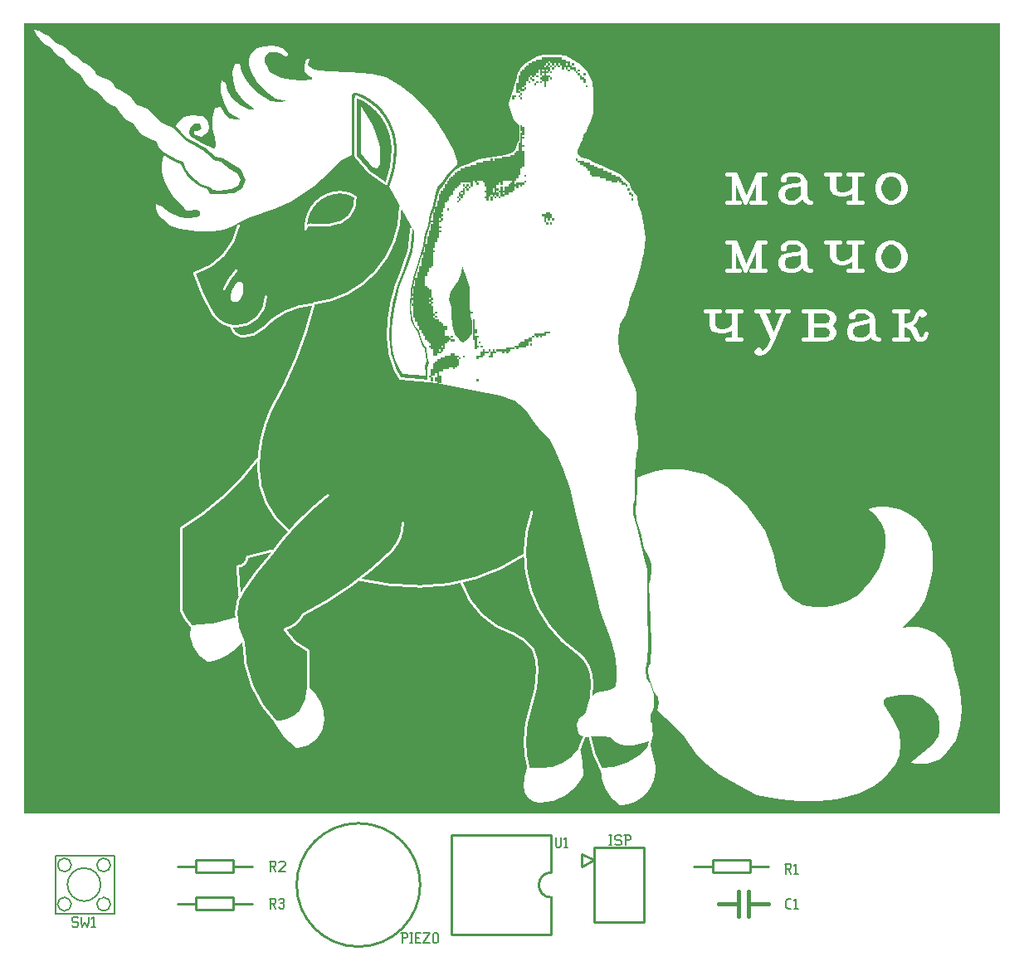
<source format=gto>
G04 start of page 2 for group 1 layer_idx 6 *
G04 Title: (unknown), top_silk *
G04 Creator: pcb-rnd 3.1.5-dev *
G04 CreationDate: 2024-03-24 11:16:41 UTC *
G04 For: STEM4ukraine *
G04 Format: Gerber/RS-274X *
G04 PCB-Dimensions: 393701 374016 *
G04 PCB-Coordinate-Origin: lower left *
%MOIN*%
%FSLAX25Y25*%
%LNTOP_SILK_NONE_1*%
%ADD40C,0.0175*%
%ADD39C,0.0070*%
%ADD38C,0.0079*%
%ADD37C,0.0100*%
%ADD36C,0.0150*%
%ADD35C,0.0001*%
G54D35*G36*
X216945Y359204D02*Y358366D01*
X208941D01*
Y359204D01*
X216945D01*
G37*
G36*
X211370Y357607D02*Y356769D01*
X204959D01*
Y357607D01*
X211370D01*
G37*
G36*
X210574Y356808D02*Y355970D01*
X203366D01*
Y356808D01*
X210574D01*
G37*
G36*
X213759D02*Y355970D01*
X212924D01*
Y356808D01*
X213759D01*
G37*
G36*
X215352D02*Y355970D01*
X214516D01*
Y356808D01*
X215352D01*
G37*
G36*
X220131Y357607D02*Y356769D01*
X212127D01*
Y357607D01*
X220131D01*
G37*
G36*
X212166Y356808D02*Y355970D01*
X211330D01*
Y356808D01*
X212166D01*
G37*
G36*
X218538D02*Y355970D01*
X216109D01*
Y356808D01*
X218538D01*
G37*
G36*
X220131D02*Y355970D01*
X219295D01*
Y356808D01*
X220131D01*
G37*
G36*
X209777Y356009D02*Y355171D01*
X202570D01*
Y356009D01*
X209777D01*
G37*
G36*
X211370D02*Y355171D01*
X210534D01*
Y356009D01*
X211370D01*
G37*
G36*
X214556D02*Y355171D01*
X213720D01*
Y356009D01*
X214556D01*
G37*
G36*
X216149D02*Y355171D01*
X215313D01*
Y356009D01*
X216149D01*
G37*
G36*
X212963D02*Y355171D01*
X212127D01*
Y356009D01*
X212963D01*
G37*
G36*
X220927D02*Y355171D01*
X216906D01*
Y356009D01*
X220927D01*
G37*
G36*
X212166Y355211D02*Y354373D01*
X201773D01*
Y355211D01*
X212166D01*
G37*
G36*
X217742D02*Y354373D01*
X216906D01*
Y355211D01*
X217742D01*
G37*
G36*
X219334D02*Y354373D01*
X218499D01*
Y355211D01*
X219334D01*
G37*
G36*
X221724Y356808D02*Y355970D01*
X220888D01*
Y356808D01*
X221724D01*
G37*
G36*
X213759Y355211D02*Y354373D01*
X212924D01*
Y355211D01*
X213759D01*
G37*
G36*
X207388Y354412D02*Y353574D01*
X200977D01*
Y354412D01*
X207388D01*
G37*
G36*
X210574D02*Y353574D01*
X209738D01*
Y354412D01*
X210574D01*
G37*
G36*
X212166D02*Y353574D01*
X211330D01*
Y354412D01*
X212166D01*
G37*
G36*
X220131D02*Y353574D01*
X219295D01*
Y354412D01*
X220131D01*
G37*
G36*
X222520Y355211D02*Y354373D01*
X220092D01*
Y355211D01*
X222520D01*
G37*
G36*
X208980Y354412D02*Y353574D01*
X208145D01*
Y354412D01*
X208980D01*
G37*
G36*
X222520D02*Y353574D01*
X221684D01*
Y354412D01*
X222520D01*
G37*
G36*
X207388Y353613D02*Y352775D01*
X200180D01*
Y353613D01*
X207388D01*
G37*
G36*
X211370D02*Y352775D01*
X208145D01*
Y353613D01*
X211370D01*
G37*
G36*
X212963D02*Y352775D01*
X212127D01*
Y353613D01*
X212963D01*
G37*
G36*
X224113Y354412D02*Y353574D01*
X223277D01*
Y354412D01*
X224113D01*
G37*
G36*
X206591Y352815D02*Y351976D01*
X200180D01*
Y352815D01*
X206591D01*
G37*
G36*
X208980D02*Y351976D01*
X208145D01*
Y352815D01*
X208980D01*
G37*
G36*
X224113D02*Y351976D01*
X223277D01*
Y352815D01*
X224113D01*
G37*
G36*
X223317Y353613D02*Y352775D01*
X222481D01*
Y353613D01*
X223317D01*
G37*
G36*
X210574Y352815D02*Y351976D01*
X209738D01*
Y352815D01*
X210574D01*
G37*
G36*
X204202Y352016D02*Y351178D01*
X199384D01*
Y352016D01*
X204202D01*
G37*
G36*
X207388D02*Y351178D01*
X206552D01*
Y352016D01*
X207388D01*
G37*
G36*
X212166D02*Y351178D01*
X208941D01*
Y352016D01*
X212166D01*
G37*
G36*
X226503Y352815D02*Y351976D01*
X225667D01*
Y352815D01*
X226503D01*
G37*
G36*
X205795Y352016D02*Y351178D01*
X204959D01*
Y352016D01*
X205795D01*
G37*
G36*
X203405Y351217D02*Y350379D01*
X199384D01*
Y351217D01*
X203405D01*
G37*
G36*
X211370D02*Y350379D01*
X208145D01*
Y351217D01*
X211370D01*
G37*
G36*
X212963D02*Y350379D01*
X212127D01*
Y351217D01*
X212963D01*
G37*
G36*
X225706D02*Y350379D01*
X224074D01*
Y351217D01*
X225706D01*
G37*
G36*
X204998D02*Y350379D01*
X204162D01*
Y351217D01*
X204998D01*
G37*
G36*
X203405Y350418D02*Y349580D01*
X199384D01*
Y350418D01*
X203405D01*
G37*
G36*
X205795D02*Y349580D01*
X204959D01*
Y350418D01*
X205795D01*
G37*
G36*
X224910Y352016D02*Y351178D01*
X224074D01*
Y352016D01*
X224910D01*
G37*
G36*
X211370Y350418D02*Y349580D01*
X208941D01*
Y350418D01*
X211370D01*
G37*
G36*
X202609Y349620D02*Y348781D01*
X199384D01*
Y349620D01*
X202609D01*
G37*
G36*
X207388D02*Y348781D01*
X206552D01*
Y349620D01*
X207388D01*
G37*
G36*
X208980D02*Y348781D01*
X208145D01*
Y349620D01*
X208980D01*
G37*
G36*
X210574D02*Y348781D01*
X209738D01*
Y349620D01*
X210574D01*
G37*
G36*
X226503Y350418D02*Y349580D01*
X225667D01*
Y350418D01*
X226503D01*
G37*
G36*
X204202Y349620D02*Y348781D01*
X203366D01*
Y349620D01*
X204202D01*
G37*
G36*
X202609Y348821D02*Y347983D01*
X198587D01*
Y348821D01*
X202609D01*
G37*
G36*
X210574D02*Y347983D01*
X209738D01*
Y348821D01*
X210574D01*
G37*
G36*
X206591D02*Y347983D01*
X205755D01*
Y348821D01*
X206591D01*
G37*
G36*
X201812Y348022D02*Y347184D01*
X198587D01*
Y348022D01*
X201812D01*
G37*
G36*
X210574D02*Y347184D01*
X209738D01*
Y348022D01*
X210574D01*
G37*
G36*
X226503Y349620D02*Y348781D01*
X225667D01*
Y349620D01*
X226503D01*
G37*
G36*
X201016Y347223D02*Y346385D01*
X198587D01*
Y347223D01*
X201016D01*
G37*
G36*
X202609D02*Y346385D01*
X201773D01*
Y347223D01*
X202609D01*
G37*
G36*
X199423Y346425D02*Y345587D01*
X198587D01*
Y346425D01*
X199423D01*
G37*
G36*
X201812D02*Y345587D01*
X200180D01*
Y346425D01*
X201812D01*
G37*
G36*
X200220Y345626D02*Y344788D01*
X198587D01*
Y345626D01*
X200220D01*
G37*
G36*
X201016Y344827D02*Y343989D01*
X200180D01*
Y344827D01*
X201016D01*
G37*
G36*
X198627Y344029D02*Y343190D01*
X196994D01*
Y344029D01*
X198627D01*
G37*
G36*
X200220D02*Y343190D01*
X199384D01*
Y344029D01*
X200220D01*
G37*
G36*
X227299Y348022D02*Y347184D01*
X226463D01*
Y348022D01*
X227299D01*
G37*
G36*
X197830Y343230D02*Y342392D01*
X196994D01*
Y343230D01*
X197830D01*
G37*
G36*
X201016D02*Y342392D01*
X200180D01*
Y343230D01*
X201016D01*
G37*
G36*
Y332048D02*Y331209D01*
X200180D01*
Y332048D01*
X201016D01*
G37*
G36*
X201812Y331249D02*Y330411D01*
X200180D01*
Y331249D01*
X201812D01*
G37*
G36*
Y330450D02*Y329612D01*
X200180D01*
Y330450D01*
X201812D01*
G37*
G36*
Y329651D02*Y328813D01*
X200977D01*
Y329651D01*
X201812D01*
G37*
G36*
Y328853D02*Y328015D01*
X200180D01*
Y328853D01*
X201812D01*
G37*
G36*
X201016Y328054D02*Y327216D01*
X200180D01*
Y328054D01*
X201016D01*
G37*
G36*
X201812Y327255D02*Y326417D01*
X200180D01*
Y327255D01*
X201812D01*
G37*
G36*
X201016Y326457D02*Y325618D01*
X200180D01*
Y326457D01*
X201016D01*
G37*
G36*
Y325658D02*Y324820D01*
X200180D01*
Y325658D01*
X201016D01*
G37*
G36*
Y324859D02*Y324021D01*
X199384D01*
Y324859D01*
X201016D01*
G37*
G36*
X201812Y324060D02*Y323222D01*
X199384D01*
Y324060D01*
X201812D01*
G37*
G36*
X201016Y323262D02*Y322423D01*
X199384D01*
Y323262D01*
X201016D01*
G37*
G36*
Y322463D02*Y321625D01*
X199384D01*
Y322463D01*
X201016D01*
G37*
G36*
X201812Y321664D02*Y320826D01*
X198587D01*
Y321664D01*
X201812D01*
G37*
G36*
Y320067D02*Y319229D01*
X196198D01*
Y320067D01*
X201812D01*
G37*
G36*
Y320866D02*Y320027D01*
X197791D01*
Y320866D01*
X201812D01*
G37*
G36*
Y319268D02*Y318430D01*
X193012D01*
Y319268D01*
X201812D01*
G37*
G36*
X189069Y318469D02*Y317631D01*
X188233D01*
Y318469D01*
X189069D01*
G37*
G36*
X201812D02*Y317631D01*
X189826D01*
Y318469D01*
X201812D01*
G37*
G36*
Y317671D02*Y316832D01*
X185048D01*
Y317671D01*
X201812D01*
G37*
G36*
Y316872D02*Y316034D01*
X182658D01*
Y316872D01*
X201812D01*
G37*
G36*
X223317Y318469D02*Y317631D01*
X222481D01*
Y318469D01*
X223317D01*
G37*
G36*
X201812Y316073D02*Y315235D01*
X180269D01*
Y316073D01*
X201812D01*
G37*
G36*
X225706Y317671D02*Y316832D01*
X223277D01*
Y317671D01*
X225706D01*
G37*
G36*
X201016Y315274D02*Y314436D01*
X177879D01*
Y315274D01*
X201016D01*
G37*
G36*
X228096Y316872D02*Y316034D01*
X224074D01*
Y316872D01*
X228096D01*
G37*
G36*
X200220Y314476D02*Y313638D01*
X176286D01*
Y314476D01*
X200220D01*
G37*
G36*
X229688Y316073D02*Y315235D01*
X225667D01*
Y316073D01*
X229688D01*
G37*
G36*
X200220Y313677D02*Y312839D01*
X174694D01*
Y313677D01*
X200220D01*
G37*
G36*
X231281Y315274D02*Y314436D01*
X226463D01*
Y315274D01*
X231281D01*
G37*
G36*
X200220Y312878D02*Y312040D01*
X173897D01*
Y312878D01*
X200220D01*
G37*
G36*
X233671Y314476D02*Y313638D01*
X227260D01*
Y314476D01*
X233671D01*
G37*
G36*
X199423Y312079D02*Y311241D01*
X173101D01*
Y312079D01*
X199423D01*
G37*
G36*
X235264Y313677D02*Y312839D01*
X228056D01*
Y313677D01*
X235264D01*
G37*
G36*
X202609Y312079D02*Y311241D01*
X201773D01*
Y312079D01*
X202609D01*
G37*
G36*
X236856Y312878D02*Y312040D01*
X228056D01*
Y312878D01*
X236856D01*
G37*
G36*
X199423Y311281D02*Y310443D01*
X172304D01*
Y311281D01*
X199423D01*
G37*
G36*
X238450Y312079D02*Y311241D01*
X228853D01*
Y312079D01*
X238450D01*
G37*
G36*
X198627Y310482D02*Y309644D01*
X171508D01*
Y310482D01*
X198627D01*
G37*
G36*
X181104Y309683D02*Y308845D01*
X170711D01*
Y309683D01*
X181104D01*
G37*
G36*
X182698D02*Y308845D01*
X181862D01*
Y309683D01*
X182698D01*
G37*
G36*
X193051D02*Y308845D01*
X185048D01*
Y309683D01*
X193051D01*
G37*
G36*
X197830D02*Y308845D01*
X196994D01*
Y309683D01*
X197830D01*
G37*
G36*
X240042Y311281D02*Y310443D01*
X232038D01*
Y311281D01*
X240042D01*
G37*
G36*
X202609Y309683D02*Y308845D01*
X201773D01*
Y309683D01*
X202609D01*
G37*
G36*
X176326Y308885D02*Y308046D01*
X170711D01*
Y308885D01*
X176326D01*
G37*
G36*
X183494D02*Y308046D01*
X182658D01*
Y308885D01*
X183494D01*
G37*
G36*
X191458D02*Y308046D01*
X185844D01*
Y308885D01*
X191458D01*
G37*
G36*
X239246Y309683D02*Y308845D01*
X236817D01*
Y309683D01*
X239246D01*
G37*
G36*
X193051Y308885D02*Y308046D01*
X192216D01*
Y308885D01*
X193051D01*
G37*
G36*
X197830D02*Y308046D01*
X196198D01*
Y308885D01*
X197830D01*
G37*
G36*
X201812D02*Y308046D01*
X198587D01*
Y308885D01*
X201812D01*
G37*
G36*
X240839Y310482D02*Y309644D01*
X234428D01*
Y310482D01*
X240839D01*
G37*
G36*
X181104Y308885D02*Y308046D01*
X180269D01*
Y308885D01*
X181104D01*
G37*
G36*
X175529Y308086D02*Y307248D01*
X169915D01*
Y308086D01*
X175529D01*
G37*
G36*
X177919D02*Y307248D01*
X177083D01*
Y308086D01*
X177919D01*
G37*
G36*
X179512D02*Y307248D01*
X178676D01*
Y308086D01*
X179512D01*
G37*
G36*
X181104D02*Y307248D01*
X180269D01*
Y308086D01*
X181104D01*
G37*
G36*
X190662D02*Y307248D01*
X185844D01*
Y308086D01*
X190662D01*
G37*
G36*
X199423D02*Y307248D01*
X195401D01*
Y308086D01*
X199423D01*
G37*
G36*
X241635Y309683D02*Y308845D01*
X240003D01*
Y309683D01*
X241635D01*
G37*
G36*
X201016Y308086D02*Y307248D01*
X200180D01*
Y308086D01*
X201016D01*
G37*
G36*
X174733Y307287D02*Y306449D01*
X169915D01*
Y307287D01*
X174733D01*
G37*
G36*
X178715D02*Y306449D01*
X177879D01*
Y307287D01*
X178715D01*
G37*
G36*
X180308D02*Y306449D01*
X179472D01*
Y307287D01*
X180308D01*
G37*
G36*
X190662D02*Y306449D01*
X186640D01*
Y307287D01*
X190662D01*
G37*
G36*
X193051D02*Y306449D01*
X192216D01*
Y307287D01*
X193051D01*
G37*
G36*
X197830D02*Y306449D01*
X193808D01*
Y307287D01*
X197830D01*
G37*
G36*
X173936Y306488D02*Y305650D01*
X169118D01*
Y306488D01*
X173936D01*
G37*
G36*
X179512D02*Y305650D01*
X178676D01*
Y306488D01*
X179512D01*
G37*
G36*
X189069D02*Y305650D01*
X186640D01*
Y306488D01*
X189069D01*
G37*
G36*
X199423Y307287D02*Y306449D01*
X198587D01*
Y307287D01*
X199423D01*
G37*
G36*
X191458Y306488D02*Y305650D01*
X189826D01*
Y306488D01*
X191458D01*
G37*
G36*
X193051D02*Y305650D01*
X192216D01*
Y306488D01*
X193051D01*
G37*
G36*
X197830D02*Y305650D01*
X193808D01*
Y306488D01*
X197830D01*
G37*
G36*
X242432Y308885D02*Y308046D01*
X240800D01*
Y308885D01*
X242432D01*
G37*
G36*
X177919Y306488D02*Y305650D01*
X177083D01*
Y306488D01*
X177919D01*
G37*
G36*
X173140Y305690D02*Y304851D01*
X168322D01*
Y305690D01*
X173140D01*
G37*
G36*
X177919D02*Y304851D01*
X176286D01*
Y305690D01*
X177919D01*
G37*
G36*
X189069D02*Y304851D01*
X185844D01*
Y305690D01*
X189069D01*
G37*
G36*
X190662D02*Y304851D01*
X189826D01*
Y305690D01*
X190662D01*
G37*
G36*
X197034D02*Y304851D01*
X191419D01*
Y305690D01*
X197034D01*
G37*
G36*
X173140Y304891D02*Y304053D01*
X168322D01*
Y304891D01*
X173140D01*
G37*
G36*
X177919D02*Y304053D01*
X177083D01*
Y304891D01*
X177919D01*
G37*
G36*
X191458D02*Y304053D01*
X186640D01*
Y304891D01*
X191458D01*
G37*
G36*
X193051D02*Y304053D01*
X192216D01*
Y304891D01*
X193051D01*
G37*
G36*
X195441D02*Y304053D01*
X193808D01*
Y304891D01*
X195441D01*
G37*
G36*
X243228Y308086D02*Y307248D01*
X242392D01*
Y308086D01*
X243228D01*
G37*
G36*
X176326Y304891D02*Y304053D01*
X175490D01*
Y304891D01*
X176326D01*
G37*
G36*
X172344Y304092D02*Y303254D01*
X167525D01*
Y304092D01*
X172344D01*
G37*
G36*
X177122D02*Y303254D01*
X175490D01*
Y304092D01*
X177122D01*
G37*
G36*
X188273D02*Y303254D01*
X186640D01*
Y304092D01*
X188273D01*
G37*
G36*
X189866D02*Y303254D01*
X189030D01*
Y304092D01*
X189866D01*
G37*
G36*
X191458D02*Y303254D01*
X190623D01*
Y304092D01*
X191458D01*
G37*
G36*
X193848D02*Y303254D01*
X192216D01*
Y304092D01*
X193848D01*
G37*
G36*
X171547Y303294D02*Y302455D01*
X167525D01*
Y303294D01*
X171547D01*
G37*
G36*
X177122D02*Y302455D01*
X176286D01*
Y303294D01*
X177122D01*
G37*
G36*
X187476D02*Y302455D01*
X185844D01*
Y303294D01*
X187476D01*
G37*
G36*
X244025Y306488D02*Y305650D01*
X243189D01*
Y306488D01*
X244025D01*
G37*
G36*
X189069Y303294D02*Y302455D01*
X188233D01*
Y303294D01*
X189069D01*
G37*
G36*
X190662D02*Y302455D01*
X189826D01*
Y303294D01*
X190662D01*
G37*
G36*
X192255D02*Y302455D01*
X191419D01*
Y303294D01*
X192255D01*
G37*
G36*
X175529D02*Y302455D01*
X174694D01*
Y303294D01*
X175529D01*
G37*
G36*
X171547Y302495D02*Y301657D01*
X167525D01*
Y302495D01*
X171547D01*
G37*
G36*
X176326D02*Y301657D01*
X175490D01*
Y302495D01*
X176326D01*
G37*
G36*
X187476D02*Y301657D01*
X186640D01*
Y302495D01*
X187476D01*
G37*
G36*
X244821Y304891D02*Y304053D01*
X243985D01*
Y304891D01*
X244821D01*
G37*
G36*
X189069Y302495D02*Y301657D01*
X188233D01*
Y302495D01*
X189069D01*
G37*
G36*
X170751Y301696D02*Y300858D01*
X166729D01*
Y301696D01*
X170751D01*
G37*
G36*
X175529D02*Y300858D01*
X174694D01*
Y301696D01*
X175529D01*
G37*
G36*
X169954Y300897D02*Y300059D01*
X166729D01*
Y300897D01*
X169954D01*
G37*
G36*
Y300099D02*Y299260D01*
X166729D01*
Y300099D01*
X169954D01*
G37*
G36*
Y299300D02*Y298462D01*
X165932D01*
Y299300D01*
X169954D01*
G37*
G36*
X169158Y298501D02*Y297663D01*
X165932D01*
Y298501D01*
X169158D01*
G37*
G36*
X171547D02*Y297663D01*
X170711D01*
Y298501D01*
X171547D01*
G37*
G36*
X169158Y297702D02*Y296864D01*
X165932D01*
Y297702D01*
X169158D01*
G37*
G36*
X168361Y296904D02*Y296065D01*
X165136D01*
Y296904D01*
X168361D01*
G37*
G36*
X212166D02*Y296065D01*
X210534D01*
Y296904D01*
X212166D01*
G37*
G36*
X169158Y296105D02*Y295267D01*
X165136D01*
Y296105D01*
X169158D01*
G37*
G36*
X212963D02*Y295267D01*
X208941D01*
Y296105D01*
X212963D01*
G37*
G36*
X168361Y295306D02*Y294468D01*
X165136D01*
Y295306D01*
X168361D01*
G37*
G36*
X212963D02*Y294468D01*
X209738D01*
Y295306D01*
X212963D01*
G37*
G36*
X167565Y294508D02*Y293669D01*
X165136D01*
Y294508D01*
X167565D01*
G37*
G36*
X169158D02*Y293669D01*
X168322D01*
Y294508D01*
X169158D01*
G37*
G36*
X210574D02*Y293669D01*
X209738D01*
Y294508D01*
X210574D01*
G37*
G36*
X212166D02*Y293669D01*
X211330D01*
Y294508D01*
X212166D01*
G37*
G36*
X213759D02*Y293669D01*
X212924D01*
Y294508D01*
X213759D01*
G37*
G36*
X168361Y293709D02*Y292871D01*
X164340D01*
Y293709D01*
X168361D01*
G37*
G36*
X210574D02*Y292871D01*
X209738D01*
Y293709D01*
X210574D01*
G37*
G36*
X167565Y292910D02*Y292072D01*
X165136D01*
Y292910D01*
X167565D01*
G37*
G36*
X211370D02*Y292072D01*
X210534D01*
Y292910D01*
X211370D01*
G37*
G36*
X212963D02*Y292072D01*
X212127D01*
Y292910D01*
X212963D01*
G37*
G36*
X167565Y292111D02*Y291273D01*
X164340D01*
Y292111D01*
X167565D01*
G37*
G36*
X168361Y291313D02*Y290474D01*
X164340D01*
Y291313D01*
X168361D01*
G37*
G36*
X167565Y290514D02*Y289676D01*
X164340D01*
Y290514D01*
X167565D01*
G37*
G36*
X168361Y289715D02*Y288877D01*
X163543D01*
Y289715D01*
X168361D01*
G37*
G36*
X167565Y288916D02*Y288078D01*
X163543D01*
Y288916D01*
X167565D01*
G37*
G36*
Y288118D02*Y287280D01*
X163543D01*
Y288118D01*
X167565D01*
G37*
G36*
Y287319D02*Y286481D01*
X162747D01*
Y287319D01*
X167565D01*
G37*
G36*
X166768Y286520D02*Y285682D01*
X162747D01*
Y286520D01*
X166768D01*
G37*
G36*
Y285721D02*Y284883D01*
X162747D01*
Y285721D01*
X166768D01*
G37*
G36*
X165972Y284923D02*Y284085D01*
X162747D01*
Y284923D01*
X165972D01*
G37*
G36*
Y284124D02*Y283286D01*
X161950D01*
Y284124D01*
X165972D01*
G37*
G36*
Y283325D02*Y282487D01*
X161950D01*
Y283325D01*
X165972D01*
G37*
G36*
X165175Y282527D02*Y281688D01*
X161950D01*
Y282527D01*
X165175D01*
G37*
G36*
X165972Y281728D02*Y280890D01*
X161950D01*
Y281728D01*
X165972D01*
G37*
G36*
X165175Y280929D02*Y280091D01*
X161154D01*
Y280929D01*
X165175D01*
G37*
G36*
Y280130D02*Y279292D01*
X161154D01*
Y280130D01*
X165175D01*
G37*
G36*
Y279332D02*Y278494D01*
X161154D01*
Y279332D01*
X165175D01*
G37*
G36*
Y278533D02*Y277695D01*
X160357D01*
Y278533D01*
X165175D01*
G37*
G36*
Y277734D02*Y276896D01*
X160357D01*
Y277734D01*
X165175D01*
G37*
G36*
Y276936D02*Y276097D01*
X160357D01*
Y276936D01*
X165175D01*
G37*
G36*
Y276137D02*Y275299D01*
X160357D01*
Y276137D01*
X165175D01*
G37*
G36*
X164379Y275338D02*Y274500D01*
X159561D01*
Y275338D01*
X164379D01*
G37*
G36*
X163582Y274539D02*Y273701D01*
X159561D01*
Y274539D01*
X163582D01*
G37*
G36*
Y273741D02*Y272902D01*
X159561D01*
Y273741D01*
X163582D01*
G37*
G36*
X162786Y272942D02*Y272104D01*
X158764D01*
Y272942D01*
X162786D01*
G37*
G36*
Y272143D02*Y271305D01*
X158764D01*
Y272143D01*
X162786D01*
G37*
G36*
X161990Y271344D02*Y270506D01*
X158764D01*
Y271344D01*
X161990D01*
G37*
G36*
Y270546D02*Y269708D01*
X157968D01*
Y270546D01*
X161990D01*
G37*
G36*
Y269747D02*Y268909D01*
X157968D01*
Y269747D01*
X161990D01*
G37*
G36*
Y268948D02*Y268110D01*
X157968D01*
Y268948D01*
X161990D01*
G37*
G36*
Y268150D02*Y267311D01*
X157968D01*
Y268150D01*
X161990D01*
G37*
G36*
X162786Y267351D02*Y266513D01*
X157171D01*
Y267351D01*
X162786D01*
G37*
G36*
X163582Y266552D02*Y265714D01*
X157171D01*
Y266552D01*
X163582D01*
G37*
G36*
X164379Y265753D02*Y264915D01*
X157171D01*
Y265753D01*
X164379D01*
G37*
G36*
Y264955D02*Y264116D01*
X157171D01*
Y264955D01*
X164379D01*
G37*
G36*
Y264156D02*Y263318D01*
X156375D01*
Y264156D01*
X164379D01*
G37*
G36*
Y263357D02*Y262519D01*
X157171D01*
Y263357D01*
X164379D01*
G37*
G36*
X163582Y262558D02*Y261720D01*
X156375D01*
Y262558D01*
X163582D01*
G37*
G36*
X165175D02*Y261720D01*
X164340D01*
Y262558D01*
X165175D01*
G37*
G36*
X164379Y261760D02*Y260922D01*
X157171D01*
Y261760D01*
X164379D01*
G37*
G36*
X163582Y260961D02*Y260123D01*
X157171D01*
Y260961D01*
X163582D01*
G37*
G36*
X165175D02*Y260123D01*
X164340D01*
Y260961D01*
X165175D01*
G37*
G36*
X164379Y260162D02*Y259324D01*
X156375D01*
Y260162D01*
X164379D01*
G37*
G36*
X165175Y259364D02*Y258525D01*
X157171D01*
Y259364D01*
X165175D01*
G37*
G36*
Y258564D02*Y257727D01*
X157171D01*
Y258564D01*
X165175D01*
G37*
G36*
Y257766D02*Y256928D01*
X157171D01*
Y257766D01*
X165175D01*
G37*
G36*
Y256967D02*Y256130D01*
X157171D01*
Y256967D01*
X165175D01*
G37*
G36*
X166768D02*Y256130D01*
X165932D01*
Y256967D01*
X166768D01*
G37*
G36*
X181104D02*Y256130D01*
X180269D01*
Y256967D01*
X181104D01*
G37*
G36*
X165972Y256169D02*Y255330D01*
X157171D01*
Y256169D01*
X165972D01*
G37*
G36*
X165175Y255370D02*Y254532D01*
X157171D01*
Y255370D01*
X165175D01*
G37*
G36*
X166768D02*Y254532D01*
X165932D01*
Y255370D01*
X166768D01*
G37*
G36*
X165972Y254571D02*Y253733D01*
X157968D01*
Y254571D01*
X165972D01*
G37*
G36*
X167565Y253773D02*Y252934D01*
X157968D01*
Y253773D01*
X167565D01*
G37*
G36*
X181901D02*Y252934D01*
X181065D01*
Y253773D01*
X181901D01*
G37*
G36*
X168361Y252974D02*Y252135D01*
X158764D01*
Y252974D01*
X168361D01*
G37*
G36*
X181901D02*Y252135D01*
X181065D01*
Y252974D01*
X181901D01*
G37*
G36*
X169158Y252175D02*Y251337D01*
X158764D01*
Y252175D01*
X169158D01*
G37*
G36*
X181901D02*Y251337D01*
X181065D01*
Y252175D01*
X181901D01*
G37*
G36*
X170751Y251376D02*Y250538D01*
X159561D01*
Y251376D01*
X170751D01*
G37*
G36*
X245618Y304092D02*Y303254D01*
X244782D01*
Y304092D01*
X245618D01*
G37*
G36*
X170751Y250578D02*Y249739D01*
X159561D01*
Y250578D01*
X170751D01*
G37*
G36*
X181901Y251376D02*Y250538D01*
X181065D01*
Y251376D01*
X181901D01*
G37*
G36*
X169954Y249778D02*Y248941D01*
X160357D01*
Y249778D01*
X169954D01*
G37*
G36*
X181901Y250578D02*Y249739D01*
X181065D01*
Y250578D01*
X181901D01*
G37*
G36*
X169954Y248980D02*Y248142D01*
X160357D01*
Y248980D01*
X169954D01*
G37*
G36*
X245618Y302495D02*Y301657D01*
X244782D01*
Y302495D01*
X245618D01*
G37*
G36*
X182698Y249778D02*Y248941D01*
X181065D01*
Y249778D01*
X182698D01*
G37*
G36*
Y248980D02*Y248142D01*
X181065D01*
Y248980D01*
X182698D01*
G37*
G36*
X169954Y248181D02*Y247344D01*
X161154D01*
Y248181D01*
X169954D01*
G37*
G36*
X181901D02*Y247344D01*
X181065D01*
Y248181D01*
X181901D01*
G37*
G36*
X171547Y247383D02*Y246544D01*
X161950D01*
Y247383D01*
X171547D01*
G37*
G36*
X173140D02*Y246544D01*
X172304D01*
Y247383D01*
X173140D01*
G37*
G36*
X183494D02*Y246544D01*
X181065D01*
Y247383D01*
X183494D01*
G37*
G36*
X177953Y272441D02*X178740Y270079D01*
X179921Y266929D01*
Y259843D01*
X180315Y255118D01*
X180709Y252756D01*
X180866Y252244D01*
Y248110D01*
X179134Y246063D01*
X177165Y244488D01*
X175984Y245276D01*
X175197Y246457D01*
X174016Y248031D01*
X172835Y251575D01*
X172441Y255512D01*
Y259055D01*
X171654Y261417D01*
X172047Y264961D01*
X173622Y266929D01*
X175197Y269291D01*
X176378Y272441D01*
X176772Y275197D01*
X177953Y272441D01*
G37*
G36*
X182698Y246584D02*Y245746D01*
X181065D01*
Y246584D01*
X182698D01*
G37*
G36*
X173936Y245785D02*Y244947D01*
X172304D01*
Y245785D01*
X173936D01*
G37*
G36*
X205795Y247383D02*Y246544D01*
X204959D01*
Y247383D01*
X205795D01*
G37*
G36*
X204998Y246584D02*Y245746D01*
X203366D01*
Y246584D01*
X204998D01*
G37*
G36*
X182698Y245785D02*Y244947D01*
X181862D01*
Y245785D01*
X182698D01*
G37*
G36*
X204998D02*Y244947D01*
X201773D01*
Y245785D01*
X204998D01*
G37*
G36*
X207388Y247383D02*Y246544D01*
X206552D01*
Y247383D01*
X207388D01*
G37*
G36*
X172344Y246584D02*Y245746D01*
X161950D01*
Y246584D01*
X172344D01*
G37*
G36*
X171547Y245785D02*Y244947D01*
X162747D01*
Y245785D01*
X171547D01*
G37*
G36*
X170751Y244987D02*Y244148D01*
X163543D01*
Y244987D01*
X170751D01*
G37*
G36*
X182698D02*Y244148D01*
X181862D01*
Y244987D01*
X182698D01*
G37*
G36*
X184290D02*Y244148D01*
X183454D01*
Y244987D01*
X184290D01*
G37*
G36*
X203405D02*Y244148D01*
X200180D01*
Y244987D01*
X203405D01*
G37*
G36*
X169954Y244188D02*Y243349D01*
X164340D01*
Y244188D01*
X169954D01*
G37*
G36*
X203405D02*Y243349D01*
X199384D01*
Y244188D01*
X203405D01*
G37*
G36*
X208980Y247383D02*Y246544D01*
X208145D01*
Y247383D01*
X208980D01*
G37*
G36*
X182698Y244188D02*Y243349D01*
X181862D01*
Y244188D01*
X182698D01*
G37*
G36*
X168361Y243389D02*Y242551D01*
X163543D01*
Y243389D01*
X168361D01*
G37*
G36*
X169954D02*Y242551D01*
X169118D01*
Y243389D01*
X169954D01*
G37*
G36*
X183494D02*Y242551D01*
X181862D01*
Y243389D01*
X183494D01*
G37*
G36*
X185087D02*Y242551D01*
X184251D01*
Y243389D01*
X185087D01*
G37*
G36*
X210574Y248181D02*Y247344D01*
X205755D01*
Y248181D01*
X210574D01*
G37*
G36*
X169954Y242590D02*Y241752D01*
X164340D01*
Y242590D01*
X169954D01*
G37*
G36*
X197830D02*Y241752D01*
X194605D01*
Y242590D01*
X197830D01*
G37*
G36*
X199423D02*Y241752D01*
X198587D01*
Y242590D01*
X199423D01*
G37*
G36*
X182698D02*Y241752D01*
X181862D01*
Y242590D01*
X182698D01*
G37*
G36*
X167565Y241792D02*Y240953D01*
X165136D01*
Y241792D01*
X167565D01*
G37*
G36*
X169158D02*Y240953D01*
X168322D01*
Y241792D01*
X169158D01*
G37*
G36*
X185883D02*Y240953D01*
X185048D01*
Y241792D01*
X185883D01*
G37*
G36*
X188273D02*Y240953D01*
X187437D01*
Y241792D01*
X188273D01*
G37*
G36*
X189866D02*Y240953D01*
X189030D01*
Y241792D01*
X189866D01*
G37*
G36*
X196237D02*Y240953D01*
X190623D01*
Y241792D01*
X196237D01*
G37*
G36*
X168361Y240993D02*Y240155D01*
X165136D01*
Y240993D01*
X168361D01*
G37*
G36*
X190662D02*Y240155D01*
X188233D01*
Y240993D01*
X190662D01*
G37*
G36*
X193848D02*Y240155D01*
X193012D01*
Y240993D01*
X193848D01*
G37*
G36*
X195441D02*Y240155D01*
X194605D01*
Y240993D01*
X195441D01*
G37*
G36*
X187476D02*Y240155D01*
X184251D01*
Y240993D01*
X187476D01*
G37*
G36*
X166768Y240194D02*Y239356D01*
X165136D01*
Y240194D01*
X166768D01*
G37*
G36*
X185883D02*Y239356D01*
X184251D01*
Y240194D01*
X185883D01*
G37*
G36*
X173936D02*Y239356D01*
X172304D01*
Y240194D01*
X173936D01*
G37*
G36*
X189069D02*Y239356D01*
X188233D01*
Y240194D01*
X189069D01*
G37*
G36*
X175529Y239395D02*Y238558D01*
X169915D01*
Y239395D01*
X175529D01*
G37*
G36*
X177919D02*Y238558D01*
X177083D01*
Y239395D01*
X177919D01*
G37*
G36*
X185087D02*Y238558D01*
X182658D01*
Y239395D01*
X185087D01*
G37*
G36*
X189069D02*Y238558D01*
X187437D01*
Y239395D01*
X189069D01*
G37*
G36*
X174733Y238597D02*Y237758D01*
X168322D01*
Y238597D01*
X174733D01*
G37*
G36*
X176326D02*Y237758D01*
X175490D01*
Y238597D01*
X176326D01*
G37*
G36*
X183494D02*Y237758D01*
X182658D01*
Y238597D01*
X183494D01*
G37*
G36*
X175529Y237798D02*Y236960D01*
X166729D01*
Y237798D01*
X175529D01*
G37*
G36*
Y236999D02*Y236161D01*
X165932D01*
Y236999D01*
X175529D01*
G37*
G36*
Y236201D02*Y235363D01*
X165136D01*
Y236201D01*
X175529D01*
G37*
G36*
X174733Y235402D02*Y234563D01*
X165136D01*
Y235402D01*
X174733D01*
G37*
G36*
X171547Y234603D02*Y233765D01*
X165136D01*
Y234603D01*
X171547D01*
G37*
G36*
X173936D02*Y233765D01*
X173101D01*
Y234603D01*
X173936D01*
G37*
G36*
X169158Y233804D02*Y232966D01*
X164340D01*
Y233804D01*
X169158D01*
G37*
G36*
X167565Y233006D02*Y232167D01*
X164340D01*
Y233006D01*
X167565D01*
G37*
G36*
X165972Y232207D02*Y231368D01*
X164340D01*
Y232207D01*
X165972D01*
G37*
G36*
X167565D02*Y231368D01*
X166729D01*
Y232207D01*
X167565D01*
G37*
G36*
X164379Y231408D02*Y230570D01*
X163543D01*
Y231408D01*
X164379D01*
G37*
G36*
X168361D02*Y230570D01*
X166729D01*
Y231408D01*
X168361D01*
G37*
G36*
X165175Y230609D02*Y229772D01*
X164340D01*
Y230609D01*
X165175D01*
G37*
G36*
X212166Y248980D02*Y248142D01*
X209738D01*
Y248980D01*
X212166D01*
G37*
G36*
X202609Y243389D02*Y242551D01*
X197791D01*
Y243389D01*
X202609D01*
G37*
G36*
X204998Y244188D02*Y243349D01*
X204162D01*
Y244188D01*
X204998D01*
G37*
G36*
X168361Y230609D02*Y229772D01*
X165932D01*
Y230609D01*
X168361D01*
G37*
G36*
X137795Y370079D02*X275591D01*
Y225984D01*
X246457D01*
X244488Y230709D01*
X242126Y235433D01*
X239764Y240945D01*
X239370Y246457D01*
X240157Y251969D01*
X242520Y255512D01*
X243701Y259843D01*
X244094Y262205D01*
X245669Y265354D01*
X247244Y270079D01*
X248819Y276378D01*
X249213Y278346D01*
X250000Y280709D01*
X250394Y286614D01*
X250000Y291339D01*
X248819Y296850D01*
X247638Y300000D01*
X247244Y303150D01*
X244882Y306299D01*
X244094Y308268D01*
X242520Y310236D01*
X240157Y312205D01*
X233071Y315748D01*
X229921Y316929D01*
X227559Y318110D01*
X224803Y318898D01*
X223228Y320472D01*
Y322047D01*
X224016Y323228D01*
X224803Y325591D01*
X225197Y325984D01*
X225591Y327953D01*
X226772Y329528D01*
X227559Y331496D01*
X228346Y333071D01*
X229528Y336614D01*
Y345669D01*
X229134Y349213D01*
X227953Y351969D01*
X226772Y353937D01*
X224409Y356299D01*
X218504Y359843D01*
X215354Y360236D01*
X209449D01*
X206693Y359449D01*
X201969Y356693D01*
X200787Y355512D01*
X199213Y352756D01*
X198819Y351181D01*
X197638Y346850D01*
X196457Y343701D01*
X195669Y340945D01*
Y339764D01*
X196457Y337402D01*
X197638Y334252D01*
X199606Y332283D01*
X200000Y331496D01*
Y325984D01*
X199213Y324803D01*
X198031Y322047D01*
X196850Y320866D01*
X194094Y320079D01*
X191732Y319685D01*
X183465Y318110D01*
X179921Y316535D01*
X176772Y315748D01*
X174016Y313780D01*
X172047Y311811D01*
X170472Y309449D01*
X169291Y307480D01*
X168110Y306693D01*
X167323Y304331D01*
X165354Y297638D01*
X164567Y295669D01*
X163780Y291339D01*
X163386Y290157D01*
X162598Y287402D01*
X161811Y283465D01*
X161024Y280315D01*
X160630Y279528D01*
X159055Y274803D01*
X158268Y271654D01*
X157874Y270472D01*
X157087Y266929D01*
X156693Y265748D01*
X156299Y258268D01*
X156693Y253937D01*
X157874Y251181D01*
X159449Y249213D01*
X160630Y245669D01*
X161417Y243701D01*
X162598Y242126D01*
X162992Y238583D01*
X163386Y236220D01*
X162992Y234646D01*
Y229921D01*
X163386Y228740D01*
X137795D01*
Y370079D01*
G37*
G36*
X165175Y229811D02*Y228972D01*
X164340D01*
Y229811D01*
X165175D01*
G37*
G36*
X168361D02*Y228972D01*
X165932D01*
Y229811D01*
X168361D01*
G37*
G36*
X183494D02*Y228972D01*
X182658D01*
Y229811D01*
X183494D01*
G37*
G36*
X168361Y229011D02*Y228174D01*
X166729D01*
Y229011D01*
X168361D01*
G37*
G36*
X163386Y228740D02*X166929Y228346D01*
X173622Y226772D01*
X181496Y225197D01*
X192126Y223228D01*
X198425Y220866D01*
X200000Y219685D01*
X202362Y217323D01*
X205118Y213386D01*
X208661Y209055D01*
X211811Y205906D01*
X214173Y201181D01*
X217323Y194094D01*
X220079Y185827D01*
X221654Y179921D01*
X223228Y172835D01*
X228740Y150787D01*
X229921Y146850D01*
X231102Y141732D01*
X232283Y137008D01*
X234646Y130709D01*
X236614Y125197D01*
X238189Y119291D01*
X238583Y116929D01*
X238976Y113386D01*
Y109055D01*
X238583Y106693D01*
X237402Y105512D01*
X235039Y104724D01*
X232283Y104331D01*
X230315Y103543D01*
X228346Y101575D01*
X227559Y100000D01*
X226772Y97244D01*
X226378Y95669D01*
X224803Y94094D01*
X224016Y93701D01*
X223622Y92520D01*
X222835Y91339D01*
X223228Y88583D01*
X224016Y87008D01*
X225716Y85810D01*
X227559Y85827D01*
X229134Y86220D01*
X233071D01*
X236614Y85827D01*
X238583Y83858D01*
X240551Y83071D01*
X242520Y82677D01*
X245669D01*
X249606Y83465D01*
X251969Y84134D01*
X252087Y84567D01*
X252165Y84921D01*
X252244Y85315D01*
X252323Y85748D01*
X252362Y86024D01*
X252402Y86339D01*
X252441Y86693D01*
X252480Y87283D01*
Y88740D01*
X252400Y89716D01*
X252600Y91916D01*
X252362Y92913D01*
Y94488D01*
X252756Y95669D01*
X253600Y96916D01*
X254331Y98819D01*
Y101575D01*
X253937Y102756D01*
X252362Y107087D01*
X250787Y109449D01*
X250394Y112992D01*
X250787Y115354D01*
X251181Y116142D01*
X251575Y123228D01*
X251181Y138189D01*
Y153150D01*
X250000Y158268D01*
X247244Y170079D01*
X245669Y175591D01*
Y179134D01*
X246063Y181496D01*
Y190945D01*
X246457Y196063D01*
X246850Y200394D01*
X247638Y201969D01*
Y206693D01*
X247244Y208268D01*
X246063Y214173D01*
Y214961D01*
X246457Y217717D01*
X246850Y220079D01*
Y224016D01*
X246457Y225984D01*
X244488Y230709D01*
X287402Y232283D01*
Y62992D01*
X141732D01*
Y230315D01*
X162402D01*
X162992Y229921D01*
X163386Y228740D01*
G37*
G36*
X392717Y373031D02*Y55118D01*
X204724D01*
Y80709D01*
X253937D01*
Y360236D01*
X204724D01*
Y373031D01*
X392717D01*
G37*
G36*
X204724D02*Y360236D01*
X155512D01*
Y80709D01*
X204724D01*
Y55118D01*
X984D01*
Y373031D01*
X204724D01*
G37*
G36*
X392717D02*Y55118D01*
X204724D01*
Y80709D01*
X253937D01*
Y360236D01*
X204724D01*
Y373031D01*
X392717D01*
G37*
G36*
X204724D02*Y360236D01*
X155512D01*
Y80709D01*
X204724D01*
Y55118D01*
X984D01*
Y373031D01*
X204724D01*
G37*
G36*
X218538Y358406D02*Y357567D01*
X206552D01*
Y358406D01*
X218538D01*
G37*
G54D36*X288000Y19016D02*X280000D01*
X288000Y24016D02*Y14016D01*
G54D37*X270000Y34016D02*X277500D01*
Y36516D02*Y31516D01*
G54D36*X300000Y19016D02*X292000D01*
Y24016D02*Y14016D01*
G54D37*X292500Y34016D02*X300000D01*
X212657Y46516D02*X172657D01*
Y6516D02*Y46516D01*
Y6516D02*X212657D01*
Y46516D02*Y31516D01*
Y21516D02*Y6516D01*
X230000Y41516D02*X250000D01*
X230000Y36516D02*X225000Y39016D01*
X230000Y36516D02*X225000Y34016D01*
Y39016D02*Y34016D01*
X277500Y36516D02*X292500D01*
X230000Y41516D02*Y11516D01*
X250000D02*X230000D01*
X250000D02*Y41516D01*
X292500Y31516D02*X277500D01*
X292500D02*Y36516D01*
X70000Y34016D02*X62500D01*
X70000Y36516D02*Y31516D01*
G54D38*X37181Y14780D02*Y38402D01*
X13559D02*Y14780D01*
Y38402D02*X37181D01*
G54D37*X70000Y36516D02*X85000D01*
X62500Y19016D02*X70000D01*
Y21516D02*X85000D01*
X92500Y34016D02*X85000D01*
Y31516D02*Y36516D01*
Y31516D02*X70000D01*
X85000Y19016D02*X92500D01*
X70000Y21516D02*Y16516D01*
X85000D02*X70000D01*
G54D38*X13559Y14780D02*X37181D01*
G54D37*X85000Y16516D02*Y21516D01*
G54D38*X30059Y34547D02*G75*G03X32815Y31791I2756J0D01*G01*
Y37303D02*G75*G03X30059Y34547I0J-2756D01*G01*
X35571D02*G75*G03X32815Y37303I-2756J0D01*G01*
X31634Y26673D02*G75*G03X24941Y33366I-6693J0D01*G01*
Y19980D02*G75*G03X31634Y26673I0J6693D01*G01*
X30059Y18799D02*G75*G03X32815Y16043I2756J0D01*G01*
Y21555D02*G75*G03X30059Y18799I0J-2756D01*G01*
X35571D02*G75*G03X32815Y21555I-2756J0D01*G01*
Y16043D02*G75*G03X35571Y18799I0J2756D01*G01*
X17067Y21555D02*G75*G03X14311Y18799I0J-2756D01*G01*
Y34547D02*G75*G03X17067Y31791I2756J0D01*G01*
Y37303D02*G75*G03X14311Y34547I0J-2756D01*G01*
X19823Y18799D02*G75*G03X17067Y21555I-2756J0D01*G01*
X19823Y34547D02*G75*G03X17067Y37303I-2756J0D01*G01*
Y31791D02*G75*G03X19823Y34547I0J2756D01*G01*
X24941Y33366D02*G75*G03X18248Y26673I0J-6693D01*G01*
G75*G03X24941Y19980I6693J0D01*G01*
X17067Y16043D02*G75*G03X19823Y18799I0J2756D01*G01*
X14311D02*G75*G03X17067Y16043I2756J0D01*G01*
G54D37*X159961Y26516D02*G75*G03X110354Y26516I-24803J0D01*G01*
G75*G03X159961Y26516I24803J0D01*G01*
X212657Y31516D02*G75*G03X212657Y21516I0J-5000D01*G01*
G54D38*X32815Y31791D02*G75*G03X35571Y34547I0J2756D01*G01*
G54D39*X152720Y7106D02*Y3106D01*
X152220Y7106D02*X154220D01*
X154720Y6606D01*
Y5606D01*
X154220Y5106D02*X154720Y5606D01*
X152720Y5106D02*X154220D01*
X155920Y7106D02*X156920D01*
X156420D02*Y3106D01*
X155920D02*X156920D01*
X158120Y5306D02*X159620D01*
X158120Y3106D02*X160120D01*
X158120Y7106D02*Y3106D01*
Y7106D02*X160120D01*
X161320D02*X163820D01*
X161320Y3106D02*X163820Y7106D01*
X161320Y3106D02*X163820D01*
X165020Y6606D02*Y3606D01*
Y6606D02*X165520Y7106D01*
X166520D01*
X167020Y6606D01*
Y3606D01*
X166520Y3106D02*X167020Y3606D01*
X165520Y3106D02*X166520D01*
X165020Y3606D02*X165520Y3106D01*
X99500Y36016D02*X101500D01*
X102000Y35516D01*
Y34516D01*
X101500Y34016D02*X102000Y34516D01*
X100000Y34016D02*X101500D01*
X100000Y36016D02*Y32016D01*
X100800Y34016D02*X102000Y32016D01*
X103200Y35516D02*X103700Y36016D01*
X105200D01*
X105700Y35516D01*
Y34516D01*
X103200Y32016D02*X105700Y34516D01*
X103200Y32016D02*X105700D01*
X99500Y21016D02*X101500D01*
X102000Y20516D01*
Y19516D01*
X101500Y19016D02*X102000Y19516D01*
X100000Y19016D02*X101500D01*
X100000Y21016D02*Y17016D01*
X100800Y19016D02*X102000Y17016D01*
X103200Y20516D02*X103700Y21016D01*
X104700D01*
X105200Y20516D01*
X104700Y17016D02*X105200Y17516D01*
X103700Y17016D02*X104700D01*
X103200Y17516D02*X103700Y17016D01*
Y19216D02*X104700D01*
X105200Y20516D02*Y19716D01*
Y18716D02*Y17516D01*
Y18716D02*X104700Y19216D01*
X105200Y19716D02*X104700Y19216D01*
X307700Y17016D02*X309000D01*
X307000Y17716D02*X307700Y17016D01*
X307000Y20316D02*Y17716D01*
Y20316D02*X307700Y21016D01*
X309000D01*
X310200Y20216D02*X311000Y21016D01*
Y17016D01*
X310200D02*X311700D01*
X306500Y35016D02*X308500D01*
X309000Y34516D01*
Y33516D01*
X308500Y33016D02*X309000Y33516D01*
X307000Y33016D02*X308500D01*
X307000Y35016D02*Y31016D01*
X307800Y33016D02*X309000Y31016D01*
X310200Y34216D02*X311000Y35016D01*
Y31016D01*
X310200D02*X311700D01*
X214500Y45673D02*Y42173D01*
X215000Y41673D01*
X216000D01*
X216500Y42173D01*
Y45673D02*Y42173D01*
X217700Y44873D02*X218500Y45673D01*
Y41673D01*
X217700D02*X219200D01*
X236000Y46516D02*X237000D01*
X236500D02*Y42516D01*
X236000D02*X237000D01*
X240200Y46516D02*X240700Y46016D01*
X238700Y46516D02*X240200D01*
X238200Y46016D02*X238700Y46516D01*
X238200Y46016D02*Y45016D01*
X238700Y44516D01*
X240200D01*
X240700Y44016D01*
Y43016D01*
X240200Y42516D02*X240700Y43016D01*
X238700Y42516D02*X240200D01*
X238200Y43016D02*X238700Y42516D01*
X242400Y46516D02*Y42516D01*
X241900Y46516D02*X243900D01*
X244400Y46016D01*
Y45016D01*
X243900Y44516D02*X244400Y45016D01*
X242400Y44516D02*X243900D01*
X155200Y360397D02*X157200D01*
X157700Y360897D01*
Y362097D02*Y360897D01*
X157200Y362597D02*X157700Y362097D01*
X155700Y362597D02*X157200D01*
X155700Y364397D02*Y360397D01*
X155200Y364397D02*X157200D01*
X157700Y363897D01*
Y363097D01*
X157200Y362597D02*X157700Y363097D01*
X158900Y364397D02*Y360397D01*
Y364397D02*X160400Y362397D01*
X161900Y364397D01*
Y360397D01*
X163600Y364397D02*Y360397D01*
X163100Y364397D02*X165100D01*
X165600Y363897D01*
Y362897D01*
X165100Y362397D02*X165600Y362897D01*
X163600Y362397D02*X165100D01*
X166800Y363597D02*X167600Y364397D01*
Y360397D01*
X166800D02*X168300D01*
X22079Y13705D02*X22579Y13205D01*
X20579Y13705D02*X22079D01*
X20079Y13205D02*X20579Y13705D01*
X20079Y13205D02*Y12205D01*
X20579Y11705D01*
X22079D01*
X22579Y11205D01*
Y10205D01*
X22079Y9705D02*X22579Y10205D01*
X20579Y9705D02*X22079D01*
X20079Y10205D02*X20579Y9705D01*
X23779Y13705D02*Y11705D01*
X24279Y9705D01*
X25279Y11705D01*
X26279Y9705D01*
X26779Y11705D01*
Y13705D01*
X27979Y12905D02*X28779Y13705D01*
Y9705D01*
X27979D02*X29479D01*
%LPC*%
G54D35*G36*
X83858Y262008D02*Y262992D01*
X84252Y265157D01*
X85039Y266929D01*
X86220Y268504D01*
X87008Y268898D01*
X87992D01*
X88780Y268307D01*
X88976Y266535D01*
X88780Y264370D01*
X87992Y262205D01*
X86417Y261024D01*
X84449Y260827D01*
X83858Y262008D01*
G37*
G36*
X138386Y336024D02*X140748Y331890D01*
X142126Y328740D01*
X143307Y325591D01*
X143898Y323031D01*
Y318701D01*
X143701Y316142D01*
X143110Y315157D01*
X142520Y314567D01*
X141339Y314764D01*
X139370Y316732D01*
X137598Y318898D01*
X136220Y320669D01*
Y339567D01*
X138386Y336024D01*
G37*
G36*
X152756Y231890D02*X151378Y234252D01*
X150000Y237598D01*
X148819Y241732D01*
X148425Y245276D01*
X148622Y250394D01*
X149409Y258071D01*
X151575Y266929D01*
X155512Y276772D01*
X156890Y281102D01*
X157677Y285827D01*
Y289370D01*
X147638Y307283D01*
X148819Y310827D01*
X149803Y314961D01*
X150197Y317717D01*
X150394Y320472D01*
Y323228D01*
X150197Y325984D01*
X149803Y328150D01*
X148622Y331693D01*
X147835Y333268D01*
X146457Y335630D01*
X144685Y337992D01*
X143110Y339764D01*
X140945Y341535D01*
X139370Y342717D01*
X137205Y343898D01*
X135433Y344685D01*
X134252Y345079D01*
X133268D01*
X132677Y344291D01*
X132480Y343701D01*
Y319882D01*
X128543Y317913D01*
X125984Y315748D01*
X123622Y312795D01*
X120472Y310236D01*
X117126Y307283D01*
X113189Y304528D01*
X108071Y301378D01*
X102165Y298622D01*
X96457Y296457D01*
X90945Y294488D01*
X87402Y292913D01*
X84646Y291142D01*
X81102Y289764D01*
X76575Y289370D01*
X70669D01*
X63583Y290157D01*
X59646Y291732D01*
X56496Y294094D01*
X54724Y296063D01*
X53937Y298228D01*
X53740Y300197D01*
X56102Y299213D01*
X59252Y297047D01*
X63583Y295079D01*
X66535Y294685D01*
X70079Y294882D01*
X71457Y295472D01*
X71654Y296457D01*
X71457Y297244D01*
X70276Y297835D01*
X68898D01*
X67717Y297638D01*
X66339D01*
X65157Y298425D01*
X60433Y303543D01*
X58465Y306890D01*
X57283Y309646D01*
X56299Y313189D01*
X56102Y316732D01*
X56693Y319488D01*
X57480Y319685D01*
X59449Y318307D01*
X62205Y316929D01*
X63780Y316339D01*
X64764Y314173D01*
X66929Y310827D01*
X70276Y308268D01*
X71850Y307283D01*
X74606Y306102D01*
X75591Y304331D01*
X79528D01*
X85039Y304724D01*
X88583Y306496D01*
X89764Y309843D01*
X87795Y314173D01*
X80906Y318701D01*
X77756Y319291D01*
X73622Y323031D01*
X68504Y325591D01*
X65945Y326969D01*
X61811Y331496D01*
X62598Y333071D01*
X64961Y335236D01*
X68307Y336024D01*
X72638Y335630D01*
X74409Y334055D01*
X75197Y331102D01*
X74803Y329331D01*
X73622Y328150D01*
X72047Y327362D01*
X69882Y327756D01*
X69094Y328543D01*
Y329724D01*
X70669D01*
X72244Y330709D01*
X71457Y332480D01*
X69094D01*
X67913Y331299D01*
X67126Y329134D01*
X67520Y327559D01*
X71850Y324803D01*
X77362Y322244D01*
X77953Y324409D01*
X77362Y326772D01*
X76575Y330709D01*
Y334843D01*
X77559Y338780D01*
X79724Y339173D01*
X81102Y336811D01*
X83465Y334646D01*
X86220Y334252D01*
X87795D01*
X83268Y336811D01*
X81496Y340157D01*
X79921Y344882D01*
X79724Y347835D01*
X80315Y349803D01*
X81890Y349016D01*
X82677Y346063D01*
X84646Y342717D01*
X87795Y339764D01*
X91142Y338386D01*
X93504D01*
X88780Y341929D01*
X85827Y346063D01*
X84843Y350000D01*
X84449Y353346D01*
X85433Y356496D01*
X87402Y356693D01*
X88189Y353543D01*
X89370Y350787D01*
X91732Y347638D01*
X95276Y344488D01*
X100000Y341732D01*
X103150Y341142D01*
X106496Y341535D01*
X101772Y342520D01*
X97835Y345669D01*
X94291Y349606D01*
X92126Y353150D01*
X91339Y355906D01*
Y358661D01*
X92126Y361024D01*
X94488Y362795D01*
X97244Y363583D01*
X100197Y363780D01*
X102756Y363583D01*
X105315Y362598D01*
X106693Y361024D01*
Y360236D01*
X106102Y359449D01*
X105315Y359843D01*
X104528Y360630D01*
X102165Y361220D01*
X99606D01*
X98031Y360236D01*
X97638Y358858D01*
Y357087D01*
X98425Y355512D01*
X99606Y353346D01*
X100984Y352559D01*
X104331Y350787D01*
X108071Y350197D01*
X112598Y350000D01*
X116339Y350197D01*
X116535Y350591D01*
Y351181D01*
X115354Y351575D01*
X114370Y352362D01*
X113583Y353740D01*
X113386Y355709D01*
X113780Y357480D01*
X114567Y358465D01*
X115354D01*
X115157Y357283D01*
X114961Y356299D01*
X115748Y355315D01*
X117520Y354331D01*
X119685Y353937D01*
X123031Y353740D01*
X131496Y353150D01*
X140354Y352559D01*
X146063Y351181D01*
X151772Y348031D01*
X157480Y343701D01*
X162008Y339370D01*
X166339Y333858D01*
X169685Y328150D01*
X173425Y321654D01*
X174803Y317126D01*
X175000Y315945D01*
X172441Y313780D01*
X170472Y311417D01*
X169291Y309449D01*
X168504Y308465D01*
X167323Y307677D01*
X166339Y304724D01*
X164764Y298622D01*
X163976Y296260D01*
X163189Y291732D01*
X162008Y288189D01*
X161024Y283465D01*
X160630Y281299D01*
X160039Y280118D01*
X159055Y276969D01*
X157283Y270472D01*
X156890Y268701D01*
X156102Y265945D01*
X155709Y258268D01*
X156102Y253740D01*
X157480Y250787D01*
X158858Y249016D01*
X160827Y243307D01*
X161811Y241929D01*
X162402Y236811D01*
X162008Y234843D01*
X162205Y232087D01*
Y231496D01*
X161811Y231299D01*
X152756Y231890D01*
G37*
G36*
X75700Y306913D02*X72000Y308413D01*
X67900Y311613D01*
X65800Y314213D01*
X64900Y317213D01*
X62600Y318013D01*
X60300Y319113D01*
X57300Y320913D01*
X55000Y323013D01*
X54100Y325213D01*
X51100Y326613D01*
X48000Y328313D01*
X45900Y330813D01*
X44700Y332713D01*
X42300Y333813D01*
X40400Y335513D01*
X39100Y337313D01*
X38000Y339313D01*
X35500Y340413D01*
X33100Y341913D01*
X31800Y343813D01*
X29800Y345513D01*
X27400Y346813D01*
X25400Y348913D01*
X24600Y350513D01*
X23600Y352113D01*
X22400Y353013D01*
X20100Y354513D01*
X18800Y355713D01*
X17400Y357413D01*
X16700Y358713D01*
X15000Y359513D01*
X13600Y360713D01*
X12500Y361913D01*
X11600Y363213D01*
X10300Y363913D01*
X9000Y364713D01*
X7300Y366713D01*
X5700Y368413D01*
X5000Y370313D01*
X6800Y369813D01*
X9000Y368613D01*
X10500Y367813D01*
X12200Y366513D01*
X14000Y364913D01*
X16100Y363913D01*
X18200Y362613D01*
X19500Y361013D01*
X21200Y360013D01*
X22500Y359113D01*
X24200Y357413D01*
X25700Y356713D01*
X27400Y355513D01*
X29100Y353813D01*
X30000Y352113D01*
X32000Y351313D01*
X33800Y350613D01*
X35700Y349513D01*
X36700Y348213D01*
X38000Y346713D01*
X39100Y346313D01*
X41300Y345013D01*
X43400Y343513D01*
X45200Y341313D01*
X45900Y340113D01*
X48400Y339213D01*
X50300Y338513D01*
X52500Y336713D01*
X54100Y334813D01*
X55500Y333413D01*
X56900Y332713D01*
X60400Y331013D01*
X63500Y328213D01*
X65400Y325813D01*
X68400Y324113D01*
X72400Y322013D01*
X75400Y319513D01*
X76800Y317913D01*
X79700Y317113D01*
X83600Y314413D01*
X86500Y312513D01*
X87700Y310013D01*
X86900Y307613D01*
X84200Y306113D01*
X79200Y305713D01*
X76500Y305813D01*
X75700Y306913D01*
G37*
G36*
X249606Y191339D02*X253543Y192520D01*
X258268Y193701D01*
X265354D01*
X274409Y191732D01*
X283071Y186614D01*
X290551Y179921D01*
X298425Y168898D01*
X301969Y159843D01*
X303543Y151969D01*
X305906Y145669D01*
X309055Y141732D01*
X313780Y138976D01*
X318504Y138189D01*
X322047D01*
X325197Y138583D01*
X330709Y140157D01*
X335827Y142913D01*
X340945Y148425D01*
X344094Y153543D01*
X346063Y159055D01*
X346850Y162598D01*
Y166142D01*
X346457Y168898D01*
X345276Y172047D01*
X342520Y175591D01*
X339764Y177559D01*
X341732Y178346D01*
X344094Y178740D01*
X347244D01*
X352362Y177559D01*
X355906Y175984D01*
X359843Y173228D01*
X363386Y168504D01*
X365354Y163780D01*
X365748Y158268D01*
Y152756D01*
X364567Y146850D01*
X362992Y141339D01*
X360630Y137402D01*
X357480Y133465D01*
X353543Y129921D01*
X356693Y130315D01*
X359843D01*
X362598Y129528D01*
X366535Y127953D01*
X370079Y124803D01*
X372835Y121260D01*
X374016Y117323D01*
X374409Y113386D01*
X375591Y110236D01*
X376772Y104724D01*
X377559Y96850D01*
X376772Y90551D01*
X375197Y84646D01*
X371654Y79921D01*
X368504Y76772D01*
X363780Y75197D01*
X359843D01*
X356693Y75591D01*
X358661Y76772D01*
X364173Y81496D01*
X366535Y83858D01*
X368110Y86220D01*
X368504Y88189D01*
Y91339D01*
X368110Y94094D01*
X365748Y98031D01*
X361417Y101575D01*
X357874Y102756D01*
X352362D01*
X347638Y101969D01*
X346063Y100787D01*
Y99213D01*
X348031Y96063D01*
X350000Y93307D01*
X352362Y87795D01*
X352756Y83071D01*
X352362Y78740D01*
X350787Y74803D01*
X346063Y69291D01*
X342126Y66142D01*
X336220Y63386D01*
X327165Y61024D01*
X320079Y60236D01*
X311811D01*
X304724Y61024D01*
X295276Y62598D01*
X287795Y66535D01*
X280315Y70866D01*
X275197Y74803D01*
X270472Y79528D01*
X266142Y85827D01*
X261417Y90945D01*
X258661Y93701D01*
X255118Y96457D01*
X255906Y99606D01*
X255512Y101969D01*
X253937Y104331D01*
X252756Y107087D01*
X251969Y109843D01*
X251575Y112992D01*
X251969Y114961D01*
X252362Y115748D01*
X252756Y122835D01*
X252362Y133071D01*
X251969Y147638D01*
X252362Y149213D01*
X252756Y152756D01*
Y155512D01*
X251969Y158268D01*
X250000Y161811D01*
X248425Y168110D01*
X246850Y173228D01*
X246654Y177559D01*
X246850Y180118D01*
X247047Y186024D01*
Y190157D01*
X249606Y191339D01*
G37*
G36*
X102756Y91929D02*X105118Y92323D01*
X107087Y92913D01*
X109055Y93898D01*
X110236Y94685D01*
X111417Y95669D01*
X112205Y96654D01*
X112992Y98031D01*
X113780Y99606D01*
X114173Y100787D01*
X114567Y102165D01*
X114764Y103346D01*
X114961Y104724D01*
X115157Y105315D01*
X116339Y104331D01*
X117717Y102756D01*
X118898Y100984D01*
X119685Y99409D01*
X120276Y97835D01*
X120669Y96260D01*
X120866Y95079D01*
X121000Y93016D01*
X120866Y91142D01*
X120276Y88976D01*
X119488Y87402D01*
X118701Y86220D01*
X116929Y84449D01*
X115551Y83465D01*
X113976Y82677D01*
X112402Y82283D01*
X111024Y82087D01*
X110121Y82016D01*
X108661Y83268D01*
X106693Y85039D01*
X104921Y87008D01*
X103346Y89173D01*
X102362Y90945D01*
X101969Y91929D01*
X102756D01*
G37*
G36*
X70276Y130512D02*X73425Y130709D01*
X77559Y131299D01*
X81890Y132283D01*
X86140Y133637D01*
X86614Y130512D01*
X87205Y128346D01*
X87992Y126378D01*
X88780Y124803D01*
X87008Y123031D01*
X85039Y121260D01*
X83071Y119882D01*
X79331Y117913D01*
X77362Y117126D01*
X74902Y116534D01*
X73228Y117520D01*
X71654Y118898D01*
X70276Y120669D01*
X69291Y122244D01*
X68504Y124409D01*
X68110Y126378D01*
Y129331D01*
X68228Y130440D01*
X70276Y130512D01*
G37*
G36*
X204921Y73228D02*X207677Y73031D01*
X209449D01*
X211614Y73228D01*
X213583Y73622D01*
X215945Y74409D01*
X218307Y75591D01*
X220472Y77165D01*
X221850Y78346D01*
X223031Y79724D01*
X223812Y80813D01*
X224213Y78937D01*
X224803Y75787D01*
X225000Y72638D01*
X225197Y70866D01*
X224409Y69291D01*
X223228Y67520D01*
X221457Y65551D01*
X219488Y63780D01*
X217323Y62402D01*
X214764Y61220D01*
X210236Y60039D01*
X207087D01*
X204921Y60827D01*
X203346Y62205D01*
X202362Y63976D01*
X201969Y65551D01*
Y66929D01*
X202362Y70079D01*
X202953Y72244D01*
X203543Y73228D01*
X204921D01*
G37*
G36*
X252559Y80512D02*X253150Y78346D01*
X253740Y75591D01*
X254046Y74024D01*
X253937Y71260D01*
X253543Y69291D01*
X252756Y67126D01*
X251772Y65354D01*
X250394Y63583D01*
X248425Y61811D01*
X246260Y60433D01*
X244094Y59646D01*
X242126Y59252D01*
X240157Y59055D01*
X238386Y60630D01*
X236811Y62205D01*
X235433Y64173D01*
X234252Y66535D01*
X233465Y68898D01*
X233071Y71063D01*
X233000Y73016D01*
X234843Y73031D01*
X237598Y73425D01*
X240748Y74213D01*
X243307Y75197D01*
X245866Y76575D01*
X247638Y77756D01*
X249606Y79331D01*
X250984Y80709D01*
X252048Y81825D01*
X252559Y80512D01*
G37*
G54D37*X150098Y233055D02*X151761Y230153D01*
X134000Y343016D02*Y319416D01*
X116000Y292016D02*X124000D01*
X151772Y230133D02*X163189Y229331D01*
X114877Y106139D02*X115000Y106016D01*
X114877Y120740D02*Y106139D01*
X63991Y169931D02*X64000Y137016D01*
X89000Y247016D02*G75*G02X84097Y251035I0J5000D01*G01*
X86000Y251016D02*G75*G02X76839Y255927I0J11000D01*G01*
X86000Y251016D02*G75*G03X98000Y263016I0J12000D01*G01*
X89000Y247016D02*G75*G03X96778Y250238I0J11000D01*G01*
X156400Y290216D02*G75*G02X152707Y273695I-38800J0D01*G01*
X147000Y247016D02*G75*G03X150098Y233055I33000J0D01*G01*
X147000Y247016D02*G75*G02X152765Y273777I65000J0D01*G01*
X117004Y259949D02*G75*G03X96812Y250207I1996J-29934D01*G01*
X152000Y299016D02*G75*G02X117191Y260242I-39000J0D01*G01*
X117222Y259961D02*G75*G02X100008Y217519I-157222J39055D01*G01*
X69264Y272432D02*G75*G03X76761Y255875I80736J26584D01*G01*
X69684Y272570D02*G75*G03X87015Y291613I-7184J23946D01*G01*
X81223Y266087D02*G75*G02X86106Y273513I25667J-11560D01*G01*
X86614Y154528D02*G75*G03X90549Y158335I0J3937D01*G01*
X122892Y183154D02*G75*G03X99101Y158042I72108J-92138D01*G01*
X100835Y160951D02*G75*G03X90595Y158333I12165J-68935D01*G01*
X95000Y194016D02*G75*G03X107197Y168638I32500J0D01*G01*
X95000Y194016D02*G75*G02X100055Y217591I57500J0D01*G01*
X86614Y154528D02*G75*G03X87427Y142693I86614J0D01*G01*
X153000Y172016D02*G75*G02X148799Y161209I-16000J0D01*G01*
X89215Y145143D02*G75*G02X99075Y158066I77785J-49127D01*G01*
X112807Y135159D02*G75*G03X148908Y161108I-63807J126857D01*G01*
X160000Y146516D02*G75*G02X135068Y149313I0J112500D01*G01*
X134048Y319349D02*G75*G03X146311Y308251I28952J19667D01*G01*
X128000Y305016D02*G75*G02X134000Y303016I0J-10000D01*G01*
X124000Y292016D02*G75*G03X133950Y303011I0J10000D01*G01*
X149000Y322016D02*G75*G02X146340Y308240I-37000J0D01*G01*
X149000Y322016D02*G75*G03X134188Y343509I-23000J0D01*G01*
X114000Y290016D02*G75*G02X116000Y292016I2000J0D01*G01*
X128000Y305016D02*G75*G03X114000Y291016I0J-14000D01*G01*
X225716Y85810D02*G75*G02X223812Y80813I-65382J22050D01*G01*
X229000Y108016D02*G75*G02X228667Y101249I-69000J0D01*G01*
X228294Y85623D02*G75*G03X232792Y72889I32706J4393D01*G01*
X251801Y82140D02*G75*G03X252601Y91453I-13801J5876D01*G01*
X233000Y73016D02*G75*G03X252048Y81825I0J25000D01*G01*
X224998Y70643D02*G75*G03X223812Y80813I-40998J373D01*G01*
X254046Y74024D02*G75*G03X252118Y82005I-63046J-11008D01*G01*
X240337Y59020D02*G75*G03X253859Y74996I-337J13996D01*G01*
X205322Y121252D02*G75*G03X197234Y127585I-15322J-11236D01*G01*
X176642Y147896D02*G75*G03X197805Y127365I30358J10119D01*G01*
X204831Y176431D02*G75*G03X223422Y119513I46169J-16415D01*G01*
X160000Y146516D02*G75*G03X202173Y159496I0J75000D01*G01*
X229000Y108016D02*G75*G03X223499Y119625I-15000J0D01*G01*
X207000Y113016D02*G75*G03X205318Y121250I-21000J0D01*G01*
X207000Y113016D02*G75*G02X204437Y98217I-44000J0D01*G01*
X202000Y66016D02*G75*G02X203382Y73509I21000J0D01*G01*
X209000Y73016D02*G75*G02X204025Y73264I0J50000D01*G01*
X202000Y84016D02*G75*G03X203591Y73134I38000J0D01*G01*
X233000Y73016D02*G75*G03X240337Y59029I17000J0D01*G01*
X208000Y60016D02*G75*G02X202000Y66016I0J6000D01*G01*
X208000Y60016D02*G75*G03X225055Y70642I0J19000D01*G01*
X223833Y80818D02*G75*G02X209000Y73016I-14833J10198D01*G01*
X202000Y84016D02*G75*G02X204415Y98224I43000J0D01*G01*
X86000Y136016D02*G75*G02X89391Y145514I15000J0D01*G01*
X105646Y129339D02*G75*G03X112839Y135096I-2646J10677D01*G01*
X114877Y120740D02*G75*G02X105761Y128875I8123J18276D01*G01*
X101850Y91941D02*G75*G03X111869Y96099I0J14150D01*G01*
X111833Y96135D02*G75*G03X115000Y106016I-13833J9881D01*G01*
X101850Y91941D02*G75*G03X110240Y82092I24150J12075D01*G01*
X121000Y93016D02*G75*G02X110436Y82024I-11000J0D01*G01*
X121000Y93016D02*G75*G03X115243Y105307I-16000J0D01*G01*
X102473Y91489D02*G75*G02X89000Y124016I32527J32527D01*G01*
X86000Y136016D02*G75*G03X89053Y124044I25000J0D01*G01*
X68228Y130440D02*G75*G03X86140Y133637I0J51772D01*G01*
X63991Y169931D02*G75*G03X95036Y198064I-56991J94085D01*G01*
X74895Y116520D02*G75*G03X88358Y124556I-4895J23496D01*G01*
X68228Y130440D02*G75*G03X74902Y116534I12772J-2424D01*G01*
X68045Y130475D02*G75*G02X63860Y136956I16955J15541D01*G01*
G54D40*X285703Y284781D02*Y273436D01*
Y284781D02*X290563Y273436D01*
X286513Y284781D02*X290563Y275056D01*
X295423Y284781D02*X290563Y273436D01*
X295423Y284781D02*Y273436D01*
X296238Y284781D02*Y273436D01*
X283268Y284781D02*X286513D01*
X295423D02*X298668D01*
X283268Y273436D02*X288133D01*
X292993D02*X298668D01*
X306288Y283161D02*Y282351D01*
X305478D01*
Y283161D01*
X306288Y283971D01*
X307908Y284781D01*
X311148D01*
X312768Y283971D01*
X313578Y283161D01*
X314388Y281541D01*
Y275871D01*
X315203Y274246D01*
X316013Y273436D01*
X313578Y283161D02*Y275871D01*
X314388Y274246D01*
X316013Y273436D01*
X316823D01*
X313578Y281541D02*X312768Y280731D01*
X307908Y279921D01*
X305478Y279111D01*
X304668Y277491D01*
Y275871D01*
X305478Y274246D01*
X307908Y273436D01*
X310338D01*
X311958Y274246D01*
X313578Y275871D01*
X307908Y279921D02*X306288Y279111D01*
X305478Y277491D01*
Y275871D01*
X306288Y274246D01*
X307908Y273436D01*
X325258Y284781D02*Y279111D01*
X326068Y277491D01*
X328498Y276681D01*
X330118D01*
X332548Y277491D01*
X334168Y279111D01*
X326068Y284781D02*Y279111D01*
X326878Y277491D01*
X328498Y276681D01*
X334168Y284781D02*Y273436D01*
X334978Y284781D02*Y273436D01*
X322823Y284781D02*X328498D01*
X331738D02*X337413D01*
X331738Y273436D02*X337413D01*
X348278Y284781D02*X345848Y283971D01*
X344228Y282351D01*
X343413Y279921D01*
Y278301D01*
X344228Y275871D01*
X345848Y274246D01*
X348278Y273436D01*
X349898D01*
X352328Y274246D01*
X353948Y275871D01*
X354763Y278301D01*
Y279921D01*
X353948Y282351D01*
X352328Y283971D01*
X349898Y284781D01*
X348278D01*
X346658Y283971D01*
X345038Y282351D01*
X344228Y279921D01*
Y278301D01*
X345038Y275871D01*
X346658Y274246D01*
X348278Y273436D01*
X349898D02*X351518Y274246D01*
X353138Y275871D01*
X353948Y278301D01*
Y279921D01*
X353138Y282351D01*
X351518Y283971D01*
X349898Y284781D01*
X285703Y312340D02*Y300995D01*
Y312340D02*X290563Y300995D01*
X286513Y312340D02*X290563Y302615D01*
X295423Y312340D02*X290563Y300995D01*
X295423Y312340D02*Y300995D01*
X296238Y312340D02*Y300995D01*
X283268Y312340D02*X286513D01*
X295423D02*X298668D01*
X283268Y300995D02*X288133D01*
X292993D02*X298668D01*
X306288Y310720D02*Y309910D01*
X305478D01*
Y310720D01*
X306288Y311530D01*
X307908Y312340D01*
X311148D01*
X312768Y311530D01*
X313578Y310720D01*
X314388Y309100D01*
Y303430D01*
X315203Y301805D01*
X316013Y300995D01*
X313578Y310720D02*Y303430D01*
X314388Y301805D01*
X316013Y300995D01*
X316823D01*
X313578Y309100D02*X312768Y308290D01*
X307908Y307480D01*
X305478Y306670D01*
X304668Y305050D01*
Y303430D01*
X305478Y301805D01*
X307908Y300995D01*
X310338D01*
X311958Y301805D01*
X313578Y303430D01*
X307908Y307480D02*X306288Y306670D01*
X305478Y305050D01*
Y303430D01*
X306288Y301805D01*
X307908Y300995D01*
X325258Y312340D02*Y306670D01*
X326068Y305050D01*
X328498Y304240D01*
X330118D01*
X332548Y305050D01*
X334168Y306670D01*
X326068Y312340D02*Y306670D01*
X326878Y305050D01*
X328498Y304240D01*
X334168Y312340D02*Y300995D01*
X334978Y312340D02*Y300995D01*
X322823Y312340D02*X328498D01*
X331738D02*X337413D01*
X331738Y300995D02*X337413D01*
X348278Y312340D02*X345848Y311530D01*
X344228Y309910D01*
X343413Y307480D01*
Y305860D01*
X344228Y303430D01*
X345848Y301805D01*
X348278Y300995D01*
X349898D01*
X352328Y301805D01*
X353948Y303430D01*
X354763Y305860D01*
Y307480D01*
X353948Y309910D01*
X352328Y311530D01*
X349898Y312340D01*
X348278D01*
X346658Y311530D01*
X345038Y309910D01*
X344228Y307480D01*
Y305860D01*
X345038Y303430D01*
X346658Y301805D01*
X348278Y300995D01*
X349898D02*X351518Y301805D01*
X353138Y303430D01*
X353948Y305860D01*
Y307480D01*
X353138Y309910D01*
X351518Y311530D01*
X349898Y312340D01*
X276844Y257222D02*Y251552D01*
X277654Y249932D01*
X280084Y249122D01*
X281704D01*
X284134Y249932D01*
X285754Y251552D01*
X277654Y257222D02*Y251552D01*
X278464Y249932D01*
X280084Y249122D01*
X285754Y257222D02*Y245877D01*
X286564Y257222D02*Y245877D01*
X274409Y257222D02*X280084D01*
X283324D02*X288999D01*
X283324Y245877D02*X288999D01*
X296624Y257222D02*X301484Y245877D01*
X297434Y257222D02*X301484Y247497D01*
X306344Y257222D02*X301484Y245877D01*
X299864Y242632D01*
X298244Y241012D01*
X296624Y240202D01*
X295809D01*
X294999Y241012D01*
X295809Y241822D01*
X296624Y241012D01*
X294999Y257222D02*X299864D01*
X303104D02*X307969D01*
X316404D02*Y245877D01*
X317214Y257222D02*Y245877D01*
X313969Y257222D02*X322884D01*
X325314Y256412D01*
X326129Y254792D01*
Y253982D01*
X325314Y252362D01*
X322884Y251552D01*
Y257222D02*X324504Y256412D01*
X325314Y254792D01*
Y253982D01*
X324504Y252362D01*
X322884Y251552D01*
X317214D02*X322884D01*
X325314Y250742D01*
X326129Y249122D01*
Y248312D01*
X325314Y246687D01*
X322884Y245877D01*
X313969D01*
X322884Y251552D02*X324504Y250742D01*
X325314Y249122D01*
Y248312D01*
X324504Y246687D01*
X322884Y245877D01*
X333749Y255602D02*Y254792D01*
X332939D01*
Y255602D01*
X333749Y256412D01*
X335369Y257222D01*
X338609D01*
X340229Y256412D01*
X341039Y255602D01*
X341849Y253982D01*
Y248312D01*
X342664Y246687D01*
X343474Y245877D01*
X341039Y255602D02*Y248312D01*
X341849Y246687D01*
X343474Y245877D01*
X344284D01*
X341039Y253982D02*X340229Y253172D01*
X335369Y252362D01*
X332939Y251552D01*
X332129Y249932D01*
Y248312D01*
X332939Y246687D01*
X335369Y245877D01*
X337799D01*
X339419Y246687D01*
X341039Y248312D01*
X335369Y252362D02*X333749Y251552D01*
X332939Y249932D01*
Y248312D01*
X333749Y246687D01*
X335369Y245877D01*
X352719Y257222D02*Y245877D01*
X353529Y257222D02*Y245877D01*
X350284Y257222D02*X355959D01*
X353529Y251552D02*X355149D01*
X357579Y252362D01*
X358389Y253172D01*
X360009Y256412D01*
X360819Y257222D01*
X361629D01*
X362444Y256412D01*
X361629Y255602D01*
X360819Y256412D01*
X355149Y251552D02*X357579Y250742D01*
X358389Y249932D01*
X360009Y246687D01*
X360819Y245877D01*
X355149Y251552D02*X356769Y250742D01*
X357579Y249932D01*
X359199Y246687D01*
X360009Y245877D01*
X361629D01*
X362444Y246687D01*
X363254Y248312D01*
X350284Y245877D02*X355959D01*
M02*

</source>
